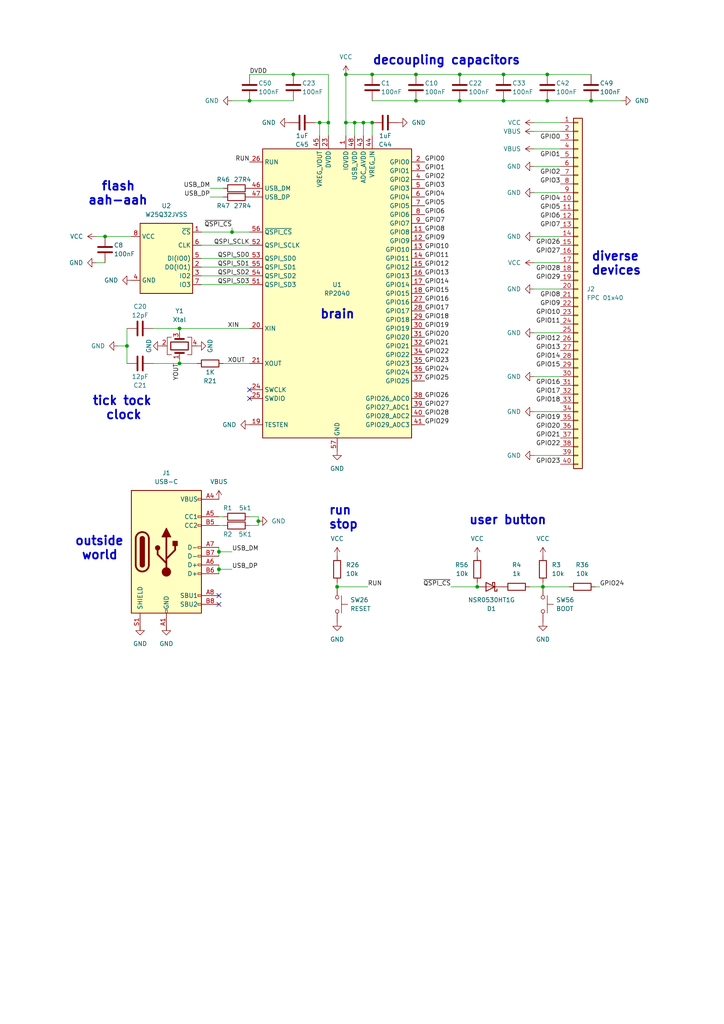
<source format=kicad_sch>
(kicad_sch (version 20230121) (generator eeschema)
  (paper "A4" portrait)
  (title_block (title "iobird - Tony Finch's RP2040 board") (date "2023-11-30") (rev "0"))
  (lib_symbols
    (symbol "Connector:USB_C_Receptacle_USB2.0" (pin_names (offset 1.016))
      (property "Reference" "J1" (at 0 22.86 0))
      (property "Value" "USB-C" (at 0 20.32 0))
      (symbol "USB_C_Receptacle_USB2.0_0_0"
        (rectangle (start -0.254 -17.78) (end 0.254 -16.764))
        (rectangle (start 10.16 -14.986) (end 9.144 -15.494))
        (rectangle (start 10.16 -12.446) (end 9.144 -12.954))
        (rectangle (start 10.16 -6.096) (end 9.144 -6.604))
        (rectangle (start 10.16 -3.556) (end 9.144 -4.064))
        (rectangle (start 10.16 -1.016) (end 9.144 -1.524))
        (rectangle (start 10.16 1.524) (end 9.144 1.016))
        (rectangle (start 10.16 7.874) (end 9.144 7.366))
        (rectangle (start 10.16 10.414) (end 9.144 9.906))
        (rectangle (start 10.16 15.494) (end 9.144 14.986))
      )
      (symbol "USB_C_Receptacle_USB2.0_0_1"
        (rectangle (start -10.16 17.78) (end 10.16 -17.78) (stroke (width 0.254)) (fill (type background)))
        (arc (start -8.89 -3.81) (mid -6.985 -5.7067) (end -5.08 -3.81) (stroke (width 0.508)))
        (arc (start -7.62 -3.81) (mid -6.985 -4.4423) (end -6.35 -3.81) (stroke (width 0.254)))
        (arc (start -7.62 -3.81) (mid -6.985 -4.4423) (end -6.35 -3.81) (stroke (width 0.254)) (fill (type outline)))
        (rectangle (start -7.62 -3.81) (end -6.35 3.81) (stroke (width 0.254)) (fill (type outline)))
        (arc (start -6.35 3.81) (mid -6.985 4.4423) (end -7.62 3.81) (stroke (width 0.254)))
        (arc (start -6.35 3.81) (mid -6.985 4.4423) (end -7.62 3.81) (stroke (width 0.254)) (fill (type outline)))
        (arc (start -5.08 3.81) (mid -6.985 5.7067) (end -8.89 3.81) (stroke (width 0.508)))
        (circle (center -2.54 1.143) (radius 0.635) (stroke (width 0.254)) (fill (type outline)))
        (circle (center 0 -5.842) (radius 1.27) (fill (type outline)))
        (polyline (pts (xy -8.89 -3.81) (xy -8.89 3.81)) (stroke (width 0.508)))
        (polyline (pts (xy -5.08 3.81) (xy -5.08 -3.81)) (stroke (width 0.508)))
        (polyline (pts (xy 0 -5.842) (xy 0 4.318)) (stroke (width 0.508)))
        (polyline (pts (xy 0 -3.302) (xy -2.54 -0.762) (xy -2.54 0.508)) (stroke (width 0.508)))
        (polyline (pts (xy 0 -2.032) (xy 2.54 0.508) (xy 2.54 1.778)) (stroke (width 0.508)))
        (polyline (pts (xy -1.27 4.318) (xy 0 6.858) (xy 1.27 4.318) (xy -1.27 4.318)) (stroke (width 0.254)) (fill (type outline)))
        (rectangle (start 1.905 1.778) (end 3.175 3.048) (stroke (width 0.254)) (fill (type outline)))
      )
      (symbol "USB_C_Receptacle_USB2.0_1_1"
        (pin passive line (at 0 -22.86 90) (length 5.08) (name "GND") (number "A1"))
        (pin passive line (at 0 -22.86 90) (length 5.08) hide (name "GND") (number "A12"))
        (pin passive line (at 15.24 15.24 180) (length 5.08) (name "VBUS") (number "A4"))
        (pin bidirectional line (at 15.24 10.16 180) (length 5.08) (name "CC1") (number "A5"))
        (pin bidirectional line (at 15.24 -3.81 180) (length 5.08) (name "D+") (number "A6"))
        (pin bidirectional line (at 15.24 1.27 180) (length 5.08) (name "D-") (number "A7"))
        (pin bidirectional line (at 15.24 -12.7 180) (length 5.08) (name "SBU1") (number "A8"))
        (pin passive line (at 15.24 15.24 180) (length 5.08) hide (name "VBUS") (number "A9"))
        (pin passive line (at 0 -22.86 90) (length 5.08) hide (name "GND") (number "B1"))
        (pin passive line (at 0 -22.86 90) (length 5.08) hide (name "GND") (number "B12"))
        (pin passive line (at 15.24 15.24 180) (length 5.08) hide (name "VBUS") (number "B4"))
        (pin bidirectional line (at 15.24 7.62 180) (length 5.08) (name "CC2") (number "B5"))
        (pin bidirectional line (at 15.24 -6.35 180) (length 5.08) (name "D+") (number "B6"))
        (pin bidirectional line (at 15.24 -1.27 180) (length 5.08) (name "D-") (number "B7"))
        (pin bidirectional line (at 15.24 -15.24 180) (length 5.08) (name "SBU2") (number "B8"))
        (pin passive line (at 15.24 15.24 180) (length 5.08) hide (name "VBUS") (number "B9"))
        (pin passive line (at -7.62 -22.86 90) (length 5.08) (name "SHIELD") (number "S1"))
      )
    )
    (symbol "Connector_Generic:Conn_01x40" (pin_names (offset 1.016) hide)
      (property "Reference" "J" (at 0 50.8 0))
      (property "Value" "Conn_01x40" (at 0 -53.34 0))
      (symbol "Conn_01x40_1_1"
        (rectangle (start -1.27 -50.673) (end 0 -50.927) (stroke (width 0.1524)))
        (rectangle (start -1.27 -48.133) (end 0 -48.387) (stroke (width 0.1524)))
        (rectangle (start -1.27 -45.593) (end 0 -45.847) (stroke (width 0.1524)))
        (rectangle (start -1.27 -43.053) (end 0 -43.307) (stroke (width 0.1524)))
        (rectangle (start -1.27 -40.513) (end 0 -40.767) (stroke (width 0.1524)))
        (rectangle (start -1.27 -37.973) (end 0 -38.227) (stroke (width 0.1524)))
        (rectangle (start -1.27 -35.433) (end 0 -35.687) (stroke (width 0.1524)))
        (rectangle (start -1.27 -32.893) (end 0 -33.147) (stroke (width 0.1524)))
        (rectangle (start -1.27 -30.353) (end 0 -30.607) (stroke (width 0.1524)))
        (rectangle (start -1.27 -27.813) (end 0 -28.067) (stroke (width 0.1524)))
        (rectangle (start -1.27 -25.273) (end 0 -25.527) (stroke (width 0.1524)))
        (rectangle (start -1.27 -22.733) (end 0 -22.987) (stroke (width 0.1524)))
        (rectangle (start -1.27 -20.193) (end 0 -20.447) (stroke (width 0.1524)))
        (rectangle (start -1.27 -17.653) (end 0 -17.907) (stroke (width 0.1524)))
        (rectangle (start -1.27 -15.113) (end 0 -15.367) (stroke (width 0.1524)))
        (rectangle (start -1.27 -12.573) (end 0 -12.827) (stroke (width 0.1524)))
        (rectangle (start -1.27 -10.033) (end 0 -10.287) (stroke (width 0.1524)))
        (rectangle (start -1.27 -7.493) (end 0 -7.747) (stroke (width 0.1524)))
        (rectangle (start -1.27 -4.953) (end 0 -5.207) (stroke (width 0.1524)))
        (rectangle (start -1.27 -2.413) (end 0 -2.667) (stroke (width 0.1524)))
        (rectangle (start -1.27 0.127) (end 0 -0.127) (stroke (width 0.1524)))
        (rectangle (start -1.27 2.667) (end 0 2.413) (stroke (width 0.1524)))
        (rectangle (start -1.27 5.207) (end 0 4.953) (stroke (width 0.1524)))
        (rectangle (start -1.27 7.747) (end 0 7.493) (stroke (width 0.1524)))
        (rectangle (start -1.27 10.287) (end 0 10.033) (stroke (width 0.1524)))
        (rectangle (start -1.27 12.827) (end 0 12.573) (stroke (width 0.1524)))
        (rectangle (start -1.27 15.367) (end 0 15.113) (stroke (width 0.1524)))
        (rectangle (start -1.27 17.907) (end 0 17.653) (stroke (width 0.1524)))
        (rectangle (start -1.27 20.447) (end 0 20.193) (stroke (width 0.1524)))
        (rectangle (start -1.27 22.987) (end 0 22.733) (stroke (width 0.1524)))
        (rectangle (start -1.27 25.527) (end 0 25.273) (stroke (width 0.1524)))
        (rectangle (start -1.27 28.067) (end 0 27.813) (stroke (width 0.1524)))
        (rectangle (start -1.27 30.607) (end 0 30.353) (stroke (width 0.1524)))
        (rectangle (start -1.27 33.147) (end 0 32.893) (stroke (width 0.1524)))
        (rectangle (start -1.27 35.687) (end 0 35.433) (stroke (width 0.1524)))
        (rectangle (start -1.27 38.227) (end 0 37.973) (stroke (width 0.1524)))
        (rectangle (start -1.27 40.767) (end 0 40.513) (stroke (width 0.1524)))
        (rectangle (start -1.27 43.307) (end 0 43.053) (stroke (width 0.1524)))
        (rectangle (start -1.27 45.847) (end 0 45.593) (stroke (width 0.1524)))
        (rectangle (start -1.27 48.387) (end 0 48.133) (stroke (width 0.1524)))
        (rectangle (start -1.27 49.53) (end 1.27 -52.07) (stroke (width 0.254)) (fill (type background)))
        (pin passive line (at -5.08 48.26 0) (length 3.81) (name "Pin_1") (number "1"))
        (pin passive line (at -5.08 25.4 0) (length 3.81) (name "Pin_10") (number "10"))
        (pin passive line (at -5.08 22.86 0) (length 3.81) (name "Pin_11") (number "11"))
        (pin passive line (at -5.08 20.32 0) (length 3.81) (name "Pin_12") (number "12"))
        (pin passive line (at -5.08 17.78 0) (length 3.81) (name "Pin_13") (number "13"))
        (pin passive line (at -5.08 15.24 0) (length 3.81) (name "Pin_14") (number "14"))
        (pin passive line (at -5.08 12.7 0) (length 3.81) (name "Pin_15") (number "15"))
        (pin passive line (at -5.08 10.16 0) (length 3.81) (name "Pin_16") (number "16"))
        (pin passive line (at -5.08 7.62 0) (length 3.81) (name "Pin_17") (number "17"))
        (pin passive line (at -5.08 5.08 0) (length 3.81) (name "Pin_18") (number "18"))
        (pin passive line (at -5.08 2.54 0) (length 3.81) (name "Pin_19") (number "19"))
        (pin passive line (at -5.08 45.72 0) (length 3.81) (name "Pin_2") (number "2"))
        (pin passive line (at -5.08 0 0) (length 3.81) (name "Pin_20") (number "20"))
        (pin passive line (at -5.08 -2.54 0) (length 3.81) (name "Pin_21") (number "21"))
        (pin passive line (at -5.08 -5.08 0) (length 3.81) (name "Pin_22") (number "22"))
        (pin passive line (at -5.08 -7.62 0) (length 3.81) (name "Pin_23") (number "23"))
        (pin passive line (at -5.08 -10.16 0) (length 3.81) (name "Pin_24") (number "24"))
        (pin passive line (at -5.08 -12.7 0) (length 3.81) (name "Pin_25") (number "25"))
        (pin passive line (at -5.08 -15.24 0) (length 3.81) (name "Pin_26") (number "26"))
        (pin passive line (at -5.08 -17.78 0) (length 3.81) (name "Pin_27") (number "27"))
        (pin passive line (at -5.08 -20.32 0) (length 3.81) (name "Pin_28") (number "28"))
        (pin passive line (at -5.08 -22.86 0) (length 3.81) (name "Pin_29") (number "29"))
        (pin passive line (at -5.08 43.18 0) (length 3.81) (name "Pin_3") (number "3"))
        (pin passive line (at -5.08 -25.4 0) (length 3.81) (name "Pin_30") (number "30"))
        (pin passive line (at -5.08 -27.94 0) (length 3.81) (name "Pin_31") (number "31"))
        (pin passive line (at -5.08 -30.48 0) (length 3.81) (name "Pin_32") (number "32"))
        (pin passive line (at -5.08 -33.02 0) (length 3.81) (name "Pin_33") (number "33"))
        (pin passive line (at -5.08 -35.56 0) (length 3.81) (name "Pin_34") (number "34"))
        (pin passive line (at -5.08 -38.1 0) (length 3.81) (name "Pin_35") (number "35"))
        (pin passive line (at -5.08 -40.64 0) (length 3.81) (name "Pin_36") (number "36"))
        (pin passive line (at -5.08 -43.18 0) (length 3.81) (name "Pin_37") (number "37"))
        (pin passive line (at -5.08 -45.72 0) (length 3.81) (name "Pin_38") (number "38"))
        (pin passive line (at -5.08 -48.26 0) (length 3.81) (name "Pin_39") (number "39"))
        (pin passive line (at -5.08 40.64 0) (length 3.81) (name "Pin_4") (number "4"))
        (pin passive line (at -5.08 -50.8 0) (length 3.81) (name "Pin_40") (number "40"))
        (pin passive line (at -5.08 38.1 0) (length 3.81) (name "Pin_5") (number "5"))
        (pin passive line (at -5.08 35.56 0) (length 3.81) (name "Pin_6") (number "6"))
        (pin passive line (at -5.08 33.02 0) (length 3.81) (name "Pin_7") (number "7"))
        (pin passive line (at -5.08 30.48 0) (length 3.81) (name "Pin_8") (number "8"))
        (pin passive line (at -5.08 27.94 0) (length 3.81) (name "Pin_9") (number "9"))
      )
    )
    (symbol "Device:C" (pin_numbers hide) (pin_names (offset 0.254))
      (property "Reference" "C" (at 0.635 2.54 0))
      (property "Value" "C" (at 0.635 -2.54 0))
      (symbol "C_0_1"
        (polyline (pts (xy -2.032 -0.762) (xy 2.032 -0.762)) (stroke (width 0.508)))
        (polyline (pts (xy -2.032 0.762) (xy 2.032 0.762)) (stroke (width 0.508)))
      )
      (symbol "C_1_1"
        (pin passive line (at 0 3.81 270) (length 2.794) (name "~") (number "1"))
        (pin passive line (at 0 -3.81 90) (length 2.794) (name "~") (number "2"))
      )
    )
    (symbol "Device:Crystal_GND24" (pin_names (offset 1.016) hide)
      (property "Reference" "Y" (at 3.175 5.08 0))
      (property "Value" "Crystal_GND24" (at 3.175 3.175 0))
      (symbol "Crystal_GND24_0_1"
        (rectangle (start -1.143 2.54) (end 1.143 -2.54) (stroke (width 0.3048)))
        (polyline (pts (xy -2.54 0) (xy -2.032 0)))
        (polyline (pts (xy -2.032 -1.27) (xy -2.032 1.27)) (stroke (width 0.508)))
        (polyline (pts (xy 0 -3.81) (xy 0 -3.556)))
        (polyline (pts (xy 0 3.556) (xy 0 3.81)))
        (polyline (pts (xy 2.032 -1.27) (xy 2.032 1.27)) (stroke (width 0.508)))
        (polyline (pts (xy 2.032 0) (xy 2.54 0)))
        (polyline (pts (xy -2.54 -2.286) (xy -2.54 -3.556) (xy 2.54 -3.556) (xy 2.54 -2.286)))
        (polyline (pts (xy -2.54 2.286) (xy -2.54 3.556) (xy 2.54 3.556) (xy 2.54 2.286)))
      )
      (symbol "Crystal_GND24_1_1"
        (pin passive line (at -3.81 0 0) (length 1.27) (name "1") (number "1"))
        (pin passive line (at 0 5.08 270) (length 1.27) (name "2") (number "2"))
        (pin passive line (at 3.81 0 180) (length 1.27) (name "3") (number "3"))
        (pin passive line (at 0 -5.08 90) (length 1.27) (name "4") (number "4"))
      )
    )
    (symbol "Device:D_Schottky" (pin_numbers hide) (pin_names (offset 1.016) hide)
      (property "Reference" "D" (at 0 2.54 0))
      (property "Value" "D_Schottky" (at 0 -2.54 0))
      (symbol "D_Schottky_0_1"
        (polyline (pts (xy 1.27 0) (xy -1.27 0)))
        (polyline (pts (xy 1.27 1.27) (xy 1.27 -1.27) (xy -1.27 0) (xy 1.27 1.27)) (stroke (width 0.254)))
        (polyline (pts (xy -1.905 0.635) (xy -1.905 1.27) (xy -1.27 1.27) (xy -1.27 -1.27) (xy -0.635 -1.27) (xy -0.635 -0.635)) (stroke (width 0.254)))
      )
      (symbol "D_Schottky_1_1"
        (pin passive line (at -3.81 0 0) (length 2.54) (name "K") (number "1"))
        (pin passive line (at 3.81 0 180) (length 2.54) (name "A") (number "2"))
      )
    )
    (symbol "Device:R" (pin_numbers hide) (pin_names (offset 0))
      (property "Reference" "R" (at 2.032 0 90))
      (property "Value" "R" (at 0 0 90))
      (symbol "R_0_1"
        (rectangle (start -1.016 -2.54) (end 1.016 2.54) (stroke (width 0.254)))
      )
      (symbol "R_1_1"
        (pin passive line (at 0 3.81 270) (length 1.27) (name "~") (number "1"))
        (pin passive line (at 0 -3.81 90) (length 1.27) (name "~") (number "2"))
      )
    )
    (symbol "MCU_RaspberryPi:RP2040"
      (property "Reference" "U1" (at 0 2.54 0))
      (property "Value" "RP2040" (at 0 0 0))
      (symbol "RP2040_0_1"
        (rectangle (start -21.59 41.91) (end 21.59 -41.91) (stroke (width 0.254)) (fill (type background)))
      )
      (symbol "RP2040_1_1"
        (pin power_in line (at 2.54 45.72 270) (length 3.81) (name "IOVDD") (number "1"))
        (pin passive line (at 2.54 45.72 270) (length 3.81) hide (name "IOVDD") (number "10"))
        (pin bidirectional line (at 25.4 17.78 180) (length 3.81) (name "GPIO8") (number "11"))
        (pin bidirectional line (at 25.4 15.24 180) (length 3.81) (name "GPIO9") (number "12"))
        (pin bidirectional line (at 25.4 12.7 180) (length 3.81) (name "GPIO10") (number "13"))
        (pin bidirectional line (at 25.4 10.16 180) (length 3.81) (name "GPIO11") (number "14"))
        (pin bidirectional line (at 25.4 7.62 180) (length 3.81) (name "GPIO12") (number "15"))
        (pin bidirectional line (at 25.4 5.08 180) (length 3.81) (name "GPIO13") (number "16"))
        (pin bidirectional line (at 25.4 2.54 180) (length 3.81) (name "GPIO14") (number "17"))
        (pin bidirectional line (at 25.4 0 180) (length 3.81) (name "GPIO15") (number "18"))
        (pin input line (at -25.4 -38.1 0) (length 3.81) (name "TESTEN") (number "19"))
        (pin bidirectional line (at 25.4 38.1 180) (length 3.81) (name "GPIO0") (number "2"))
        (pin input line (at -25.4 -10.16 0) (length 3.81) (name "XIN") (number "20"))
        (pin passive line (at -25.4 -20.32 0) (length 3.81) (name "XOUT") (number "21"))
        (pin passive line (at 2.54 45.72 270) (length 3.81) hide (name "IOVDD") (number "22"))
        (pin power_in line (at -2.54 45.72 270) (length 3.81) (name "DVDD") (number "23"))
        (pin input line (at -25.4 -27.94 0) (length 3.81) (name "SWCLK") (number "24"))
        (pin bidirectional line (at -25.4 -30.48 0) (length 3.81) (name "SWDIO") (number "25"))
        (pin input line (at -25.4 38.1 0) (length 3.81) (name "RUN") (number "26"))
        (pin bidirectional line (at 25.4 -2.54 180) (length 3.81) (name "GPIO16") (number "27"))
        (pin bidirectional line (at 25.4 -5.08 180) (length 3.81) (name "GPIO17") (number "28"))
        (pin bidirectional line (at 25.4 -7.62 180) (length 3.81) (name "GPIO18") (number "29"))
        (pin bidirectional line (at 25.4 35.56 180) (length 3.81) (name "GPIO1") (number "3"))
        (pin bidirectional line (at 25.4 -10.16 180) (length 3.81) (name "GPIO19") (number "30"))
        (pin bidirectional line (at 25.4 -12.7 180) (length 3.81) (name "GPIO20") (number "31"))
        (pin bidirectional line (at 25.4 -15.24 180) (length 3.81) (name "GPIO21") (number "32"))
        (pin passive line (at 2.54 45.72 270) (length 3.81) hide (name "IOVDD") (number "33"))
        (pin bidirectional line (at 25.4 -17.78 180) (length 3.81) (name "GPIO22") (number "34"))
        (pin bidirectional line (at 25.4 -20.32 180) (length 3.81) (name "GPIO23") (number "35"))
        (pin bidirectional line (at 25.4 -22.86 180) (length 3.81) (name "GPIO24") (number "36"))
        (pin bidirectional line (at 25.4 -25.4 180) (length 3.81) (name "GPIO25") (number "37"))
        (pin bidirectional line (at 25.4 -30.48 180) (length 3.81) (name "GPIO26_ADC0") (number "38"))
        (pin bidirectional line (at 25.4 -33.02 180) (length 3.81) (name "GPIO27_ADC1") (number "39"))
        (pin bidirectional line (at 25.4 33.02 180) (length 3.81) (name "GPIO2") (number "4"))
        (pin bidirectional line (at 25.4 -35.56 180) (length 3.81) (name "GPIO28_ADC2") (number "40"))
        (pin bidirectional line (at 25.4 -38.1 180) (length 3.81) (name "GPIO29_ADC3") (number "41"))
        (pin passive line (at 2.54 45.72 270) (length 3.81) hide (name "IOVDD") (number "42"))
        (pin power_in line (at 7.62 45.72 270) (length 3.81) (name "ADC_AVDD") (number "43"))
        (pin power_in line (at 10.16 45.72 270) (length 3.81) (name "VREG_IN") (number "44"))
        (pin power_out line (at -5.08 45.72 270) (length 3.81) (name "VREG_VOUT") (number "45"))
        (pin bidirectional line (at -25.4 30.48 0) (length 3.81) (name "USB_DM") (number "46"))
        (pin bidirectional line (at -25.4 27.94 0) (length 3.81) (name "USB_DP") (number "47"))
        (pin power_in line (at 5.08 45.72 270) (length 3.81) (name "USB_VDD") (number "48"))
        (pin passive line (at 2.54 45.72 270) (length 3.81) hide (name "IOVDD") (number "49"))
        (pin bidirectional line (at 25.4 30.48 180) (length 3.81) (name "GPIO3") (number "5"))
        (pin passive line (at -2.54 45.72 270) (length 3.81) hide (name "DVDD") (number "50"))
        (pin bidirectional line (at -25.4 2.54 0) (length 3.81) (name "QSPI_SD3") (number "51"))
        (pin output line (at -25.4 13.97 0) (length 3.81) (name "QSPI_SCLK") (number "52"))
        (pin bidirectional line (at -25.4 10.16 0) (length 3.81) (name "QSPI_SD0") (number "53"))
        (pin bidirectional line (at -25.4 5.08 0) (length 3.81) (name "QSPI_SD2") (number "54"))
        (pin bidirectional line (at -25.4 7.62 0) (length 3.81) (name "QSPI_SD1") (number "55"))
        (pin bidirectional line (at -25.4 17.78 0) (length 3.81) (name "~{QSPI_CS}") (number "56"))
        (pin power_in line (at 0 -45.72 90) (length 3.81) (name "GND") (number "57"))
        (pin bidirectional line (at 25.4 27.94 180) (length 3.81) (name "GPIO4") (number "6"))
        (pin bidirectional line (at 25.4 25.4 180) (length 3.81) (name "GPIO5") (number "7"))
        (pin bidirectional line (at 25.4 22.86 180) (length 3.81) (name "GPIO6") (number "8"))
        (pin bidirectional line (at 25.4 20.32 180) (length 3.81) (name "GPIO7") (number "9"))
      )
    )
    (symbol "Memory_Flash:W25Q32JVSS"
      (property "Reference" "U2" (at 8.89 1.27 0))
      (property "Value" "W25Q32JVSS" (at 8.89 -1.27 0))
      (symbol "W25Q32JVSS_0_1"
        (rectangle (start -7.62 10.16) (end 7.62 -10.16) (stroke (width 0.254)) (fill (type background)))
      )
      (symbol "W25Q32JVSS_1_1"
        (pin input line (at -10.16 7.62 0) (length 2.54) (name "~{CS}") (number "1"))
        (pin bidirectional line (at -10.16 -2.54 0) (length 2.54) (name "DO(IO1)") (number "2"))
        (pin bidirectional line (at -10.16 -5.08 0) (length 2.54) (name "IO2") (number "3"))
        (pin power_in line (at 10.16 -6.35 180) (length 2.54) (name "GND") (number "4"))
        (pin bidirectional line (at -10.16 0 0) (length 2.54) (name "DI(IO0)") (number "5"))
        (pin input line (at -10.16 3.81 0) (length 2.54) (name "CLK") (number "6"))
        (pin bidirectional line (at -10.16 -7.62 0) (length 2.54) (name "IO3") (number "7"))
        (pin power_in line (at 10.16 6.35 180) (length 2.54) (name "VCC") (number "8"))
      )
    )
    (symbol "Switch:SW_Push" (pin_numbers hide) (pin_names (offset 1.016) hide)
      (property "Reference" "SW" (at 1.27 2.54 0))
      (property "Value" "SW_Push" (at 0 -1.524 0))
      (symbol "SW_Push_0_1"
        (circle (center -2.032 0) (radius 0.508))
        (polyline (pts (xy 0 1.27) (xy 0 3.048)))
        (polyline (pts (xy 2.54 1.27) (xy -2.54 1.27)))
        (circle (center 2.032 0) (radius 0.508))
        (pin passive line (at -5.08 0 0) (length 2.54) (name "1") (number "1"))
        (pin passive line (at 5.08 0 180) (length 2.54) (name "2") (number "2"))
      )
    )
    (symbol "power:GND" (power) (pin_names (offset 0))
      (property "Value" "GND" (at 0 -3.81 0))
      (symbol "GND_0_1"
        (polyline (pts (xy 0 0) (xy 0 -1.27) (xy 1.27 -1.27) (xy 0 -2.54) (xy -1.27 -1.27) (xy 0 -1.27)))
      )
      (symbol "GND_1_1"
        (pin power_in line (at 0 0 270) (length 0) hide (name "GND") (number "1"))
      )
    )
    (symbol "power:VBUS" (power) (pin_names (offset 0))
      (property "Value" "VBUS" (at 0 3.81 0))
      (symbol "VBUS_0_1"
        (polyline (pts (xy -0.762 1.27) (xy 0 2.54)))
        (polyline (pts (xy 0 0) (xy 0 2.54)))
        (polyline (pts (xy 0 2.54) (xy 0.762 1.27)))
      )
      (symbol "VBUS_1_1"
        (pin power_in line (at 0 0 90) (length 0) hide (name "VBUS") (number "1"))
      )
    )
    (symbol "power:VCC" (power) (pin_names (offset 0))
      (property "Value" "VCC" (at 0 3.81 0))
      (symbol "VCC_0_1"
        (polyline (pts (xy -0.762 1.27) (xy 0 2.54)))
        (polyline (pts (xy 0 0) (xy 0 2.54)))
        (polyline (pts (xy 0 2.54) (xy 0.762 1.27)))
      )
      (symbol "VCC_1_1"
        (pin power_in line (at 0 0 90) (length 0) hide (name "VCC") (number "1"))
      )
    )
  )
  (junction (at 52.07 105.41))
  (junction (at 107.95 35.56))
  (junction (at 100.33 35.56))
  (junction (at 102.87 35.56))
  (junction (at 63.5 160.02))
  (junction (at 120.65 21.59))
  (junction (at 100.33 21.59))
  (junction (at 171.45 29.21))
  (junction (at 30.48 68.58))
  (junction (at 97.79 170.18))
  (junction (at 133.35 21.59))
  (junction (at 67.31 67.31))
  (junction (at 158.75 29.21))
  (junction (at 52.07 95.25))
  (junction (at 146.05 29.21))
  (junction (at 63.5 165.1))
  (junction (at 146.05 21.59))
  (junction (at 157.48 170.18))
  (junction (at 36.83 100.33))
  (junction (at 107.95 21.59))
  (junction (at 72.39 29.21))
  (junction (at 74.93 151.13))
  (junction (at 85.09 21.59))
  (junction (at 120.65 29.21))
  (junction (at 133.35 29.21))
  (junction (at 92.71 35.56))
  (junction (at 95.25 35.56))
  (junction (at 105.41 35.56))
  (junction (at 158.75 21.59))
  (junction (at 138.43 170.18))
  (no_connect (at 342.9 22.86))
  (no_connect (at 63.5 175.26))
  (no_connect (at 72.39 113.03))
  (no_connect (at 63.5 172.72))
  (no_connect (at 72.39 115.57))
  (wire (pts (xy 58.42 71.12) (xy 72.39 71.12)))
  (wire (pts (xy 52.07 105.41) (xy 52.07 104.14)))
  (wire (pts (xy 63.5 165.1) (xy 63.5 163.83)))
  (wire (pts (xy 154.94 35.56) (xy 162.56 35.56)))
  (wire (pts (xy 58.42 82.55) (xy 72.39 82.55)))
  (wire (pts (xy 72.39 152.4) (xy 74.93 152.4)))
  (wire (pts (xy 64.77 149.86) (xy 63.5 149.86)))
  (wire (pts (xy 64.77 105.41) (xy 72.39 105.41)))
  (wire (pts (xy 158.75 29.21) (xy 171.45 29.21)))
  (wire (pts (xy 58.42 80.01) (xy 72.39 80.01)))
  (wire (pts (xy 95.25 21.59) (xy 95.25 35.56)))
  (wire (pts (xy 97.79 170.18) (xy 106.68 170.18)))
  (wire (pts (xy 40.64 181.61) (xy 40.64 182.88)))
  (wire (pts (xy 63.5 160.02) (xy 63.5 158.75)))
  (wire (pts (xy 107.95 29.21) (xy 120.65 29.21)))
  (wire (pts (xy 100.33 35.56) (xy 100.33 21.59)))
  (wire (pts (xy 72.39 21.59) (xy 85.09 21.59)))
  (wire (pts (xy 95.25 35.56) (xy 92.71 35.56)))
  (wire (pts (xy 48.26 181.61) (xy 48.26 182.88)))
  (wire (pts (xy 120.65 21.59) (xy 133.35 21.59)))
  (wire (pts (xy 157.48 170.18) (xy 165.1 170.18)))
  (wire (pts (xy 63.5 165.1) (xy 63.5 166.37)))
  (wire (pts (xy 57.15 105.41) (xy 52.07 105.41)))
  (wire (pts (xy 52.07 95.25) (xy 72.39 95.25)))
  (wire (pts (xy 74.93 149.86) (xy 74.93 151.13)))
  (wire (pts (xy 102.87 35.56) (xy 105.41 35.56)))
  (wire (pts (xy 154.94 132.08) (xy 162.56 132.08)))
  (wire (pts (xy 100.33 21.59) (xy 107.95 21.59)))
  (wire (pts (xy 105.41 39.37) (xy 105.41 35.56)))
  (wire (pts (xy 133.35 29.21) (xy 146.05 29.21)))
  (wire (pts (xy 107.95 39.37) (xy 107.95 35.56)))
  (wire (pts (xy 36.83 100.33) (xy 36.83 105.41)))
  (wire (pts (xy 52.07 105.41) (xy 44.45 105.41)))
  (wire (pts (xy 154.94 83.82) (xy 162.56 83.82)))
  (wire (pts (xy 154.94 119.38) (xy 162.56 119.38)))
  (wire (pts (xy 97.79 168.91) (xy 97.79 170.18)))
  (wire (pts (xy 95.25 39.37) (xy 95.25 35.56)))
  (wire (pts (xy 173.99 170.18) (xy 172.72 170.18)))
  (wire (pts (xy 52.07 95.25) (xy 52.07 96.52)))
  (wire (pts (xy 158.75 21.59) (xy 171.45 21.59)))
  (wire (pts (xy 58.42 74.93) (xy 72.39 74.93)))
  (wire (pts (xy 146.05 29.21) (xy 158.75 29.21)))
  (wire (pts (xy 157.48 168.91) (xy 157.48 170.18)))
  (wire (pts (xy 67.31 165.1) (xy 63.5 165.1)))
  (wire (pts (xy 85.09 21.59) (xy 95.25 21.59)))
  (wire (pts (xy 107.95 21.59) (xy 120.65 21.59)))
  (wire (pts (xy 120.65 29.21) (xy 133.35 29.21)))
  (wire (pts (xy 67.31 67.31) (xy 72.39 67.31)))
  (wire (pts (xy 154.94 76.2) (xy 162.56 76.2)))
  (wire (pts (xy 58.42 77.47) (xy 72.39 77.47)))
  (wire (pts (xy 34.29 100.33) (xy 36.83 100.33)))
  (wire (pts (xy 60.96 57.15) (xy 64.77 57.15)))
  (wire (pts (xy 30.48 68.58) (xy 38.1 68.58)))
  (wire (pts (xy 58.42 67.31) (xy 67.31 67.31)))
  (wire (pts (xy 102.87 39.37) (xy 102.87 35.56)))
  (wire (pts (xy 72.39 149.86) (xy 74.93 149.86)))
  (wire (pts (xy 154.94 96.52) (xy 162.56 96.52)))
  (wire (pts (xy 154.94 68.58) (xy 162.56 68.58)))
  (wire (pts (xy 44.45 95.25) (xy 52.07 95.25)))
  (wire (pts (xy 153.67 170.18) (xy 157.48 170.18)))
  (wire (pts (xy 100.33 35.56) (xy 102.87 35.56)))
  (wire (pts (xy 63.5 161.29) (xy 63.5 160.02)))
  (wire (pts (xy 64.77 152.4) (xy 63.5 152.4)))
  (wire (pts (xy 105.41 35.56) (xy 107.95 35.56)))
  (wire (pts (xy 154.94 55.88) (xy 162.56 55.88)))
  (wire (pts (xy 146.05 21.59) (xy 158.75 21.59)))
  (wire (pts (xy 72.39 29.21) (xy 85.09 29.21)))
  (wire (pts (xy 36.83 95.25) (xy 36.83 100.33)))
  (wire (pts (xy 133.35 21.59) (xy 146.05 21.59)))
  (wire (pts (xy 91.44 35.56) (xy 92.71 35.56)))
  (wire (pts (xy 154.94 109.22) (xy 162.56 109.22)))
  (wire (pts (xy 27.94 68.58) (xy 30.48 68.58)))
  (wire (pts (xy 154.94 48.26) (xy 162.56 48.26)))
  (wire (pts (xy 92.71 35.56) (xy 92.71 39.37)))
  (wire (pts (xy 154.94 43.18) (xy 162.56 43.18)))
  (wire (pts (xy 138.43 168.91) (xy 138.43 170.18)))
  (wire (pts (xy 180.34 29.21) (xy 171.45 29.21)))
  (wire (pts (xy 130.81 170.18) (xy 138.43 170.18)))
  (wire (pts (xy 74.93 152.4) (xy 74.93 151.13)))
  (wire (pts (xy 60.96 54.61) (xy 64.77 54.61)))
  (wire (pts (xy 27.94 76.2) (xy 30.48 76.2)))
  (wire (pts (xy 154.94 38.1) (xy 162.56 38.1)))
  (wire (pts (xy 67.31 160.02) (xy 63.5 160.02)))
  (wire (pts (xy 67.31 66.04) (xy 67.31 67.31)))
  (wire (pts (xy 67.31 29.21) (xy 72.39 29.21)))
  (wire (pts (xy 100.33 39.37) (xy 100.33 35.56)))
  (text "brain" (at 92.71 92.71 0) (effects (font (size 2.54 2.54) bold) (justify left bottom)))
  (text "run\nstop" (at 95.25 153.67 0) (effects (font (size 2.54 2.54) (thickness 0.508) bold) (justify left bottom)))
  (text "outside\n world" (at 21.59 162.56 0) (effects (font (size 2.54 2.54) bold) (justify left bottom)))
  (text "  flash\naah-aah" (at 25.4 59.69 0) (effects (font (size 2.54 2.54) bold) (justify left bottom)))
  (text "tick tock\n  clock" (at 26.67 121.92 0) (effects (font (size 2.54 2.54) bold) (justify left bottom)))
  (text "diverse\ndevices" (at 171.45 80.01 0) (effects (font (size 2.54 2.54) bold) (justify left bottom)))
  (text "decoupling capacitors" (at 107.95 19.05 0) (effects (font (size 2.54 2.54) bold) (justify left bottom)))
  (text "user button" (at 135.89 152.4 0) (effects (font (size 2.54 2.54) bold) (justify left bottom)))
  (label "USB_DM" (at 67.31 160.02 0))
  (label "GPIO19" (at 123.19 95.25 0))
  (label "GPIO0" (at 162.56 40.64 180))
  (label "USB_DP" (at 67.31 165.1 0))
  (label "QSPI_SCLK" (at 72.39 71.12 180))
  (label "GPIO27" (at 162.56 73.66 180))
  (label "GPIO22" (at 162.56 129.54 180))
  (label "GPIO8" (at 162.56 86.36 180))
  (label "QSPI_SD1" (at 72.39 77.47 180))
  (label "GPIO24" (at 123.19 107.95 0))
  (label "~{QSPI_CS}" (at 67.31 66.04 180))
  (label "USB_DP" (at 60.96 57.15 180))
  (label "GPIO23" (at 123.19 105.41 0))
  (label "GPIO26" (at 162.56 71.12 180))
  (label "GPIO28" (at 162.56 78.74 180))
  (label "~{QSPI_CS}" (at 130.81 170.18 180))
  (label "GPIO12" (at 162.56 99.06 180))
  (label "GPIO15" (at 162.56 106.68 180))
  (label "GPIO12" (at 123.19 77.47 0))
  (label "GPIO19" (at 162.56 121.92 180))
  (label "GPIO5" (at 123.19 59.69 0))
  (label "RUN" (at 106.68 170.18 0))
  (label "GPIO21" (at 162.56 127 180))
  (label "GPIO26" (at 123.19 115.57 0))
  (label "GPIO14" (at 162.56 104.14 180))
  (label "GPIO22" (at 123.19 102.87 0))
  (label "DVDD" (at 72.39 21.59 0))
  (label "GPIO10" (at 162.56 91.44 180))
  (label "GPIO18" (at 123.19 92.71 0))
  (label "YOUT" (at 52.07 105.41 270))
  (label "QSPI_SD0" (at 72.39 74.93 180))
  (label "XOUT" (at 66.04 105.41 0))
  (label "GPIO20" (at 123.19 97.79 0))
  (label "GPIO29" (at 123.19 123.19 0))
  (label "GPIO7" (at 123.19 64.77 0))
  (label "GPIO11" (at 162.56 93.98 180))
  (label "GPIO5" (at 162.56 60.96 180))
  (label "GPIO4" (at 162.56 58.42 180))
  (label "RUN" (at 72.39 46.99 180))
  (label "GPIO20" (at 162.56 124.46 180))
  (label "GPIO11" (at 123.19 74.93 0))
  (label "GPIO0" (at 123.19 46.99 0))
  (label "GPIO28" (at 123.19 120.65 0))
  (label "XIN" (at 66.04 95.25 0))
  (label "GPIO3" (at 123.19 54.61 0))
  (label "GPIO13" (at 123.19 80.01 0))
  (label "GPIO18" (at 162.56 116.84 180))
  (label "GPIO1" (at 162.56 45.72 180))
  (label "GPIO2" (at 123.19 52.07 0))
  (label "GPIO13" (at 162.56 101.6 180))
  (label "GPIO1" (at 123.19 49.53 0))
  (label "GPIO2" (at 162.56 50.8 180))
  (label "GPIO3" (at 162.56 53.34 180))
  (label "GPIO8" (at 123.19 67.31 0))
  (label "GPIO15" (at 123.19 85.09 0))
  (label "GPIO23" (at 162.56 134.62 180))
  (label "GPIO9" (at 123.19 69.85 0))
  (label "USB_DM" (at 60.96 54.61 180))
  (label "QSPI_SD3" (at 72.39 82.55 180))
  (label "GPIO4" (at 123.19 57.15 0))
  (label "GPIO17" (at 162.56 114.3 180))
  (label "GPIO6" (at 162.56 63.5 180))
  (label "GPIO17" (at 123.19 90.17 0))
  (label "GPIO27" (at 123.19 118.11 0))
  (label "QSPI_SD2" (at 72.39 80.01 180))
  (label "GPIO14" (at 123.19 82.55 0))
  (label "GPIO16" (at 123.19 87.63 0))
  (label "GPIO25" (at 123.19 110.49 0))
  (label "GPIO21" (at 123.19 100.33 0))
  (label "GPIO24" (at 173.99 170.18 0))
  (label "GPIO16" (at 162.56 111.76 180))
  (label "GPIO29" (at 162.56 81.28 180))
  (label "GPIO7" (at 162.56 66.04 180))
  (label "GPIO6" (at 123.19 62.23 0))
  (label "GPIO9" (at 162.56 88.9 180))
  (label "GPIO10" (at 123.19 72.39 0))
  (symbol (lib_id "Device:C") (at 40.64 105.41 90) (mirror x) (unit 1)
    (property "Reference" "C21" (at 40.64 111.76 90))
    (property "Value" "12pF" (at 40.64 109.22 90))
    (property "Footprint" "Capacitor_SMD:C_0402_1005Metric" (effects hide))
  )
  (symbol (lib_id "power:VCC") (at 138.43 161.29 0) (unit 1)
    (property "Reference" "#PWR034" (effects hide))
    (property "Value" "VCC" (at 138.43 156.21 0))
  )
  (symbol (lib_id "Device:C") (at 40.64 95.25 90) (unit 1)
    (property "Reference" "C20" (at 40.64 88.9 90))
    (property "Value" "12pF" (at 40.64 91.44 90))
    (property "Footprint" "Capacitor_SMD:C_0402_1005Metric" (effects hide))
  )
  (symbol (lib_id "power:GND") (at 180.34 29.21 90) (unit 1)
    (property "Reference" "#PWR028" (effects hide))
    (property "Value" "GND" (at 184.15 29.21 90) (effects (justify right)))
  )
  (symbol (lib_id "power:GND") (at 154.94 96.52 270) (unit 1)
    (property "Reference" "#PWR022" (effects hide))
    (property "Value" "GND" (at 151.13 96.52 90) (effects (justify right)))
  )
  (symbol (lib_id "power:GND") (at 83.82 35.56 270) (unit 1)
    (property "Reference" "#PWR024" (effects hide))
    (property "Value" "GND" (at 80.01 35.56 90) (effects (justify right)))
  )
  (symbol (lib_id "Device:C") (at 146.05 25.4 180) (unit 1)
    (property "Reference" "C33" (at 148.59 24.13 0) (effects (justify right)))
    (property "Value" "100nF" (at 148.59 26.67 0) (effects (justify right)))
  )
  (symbol (lib_id "power:VCC") (at 157.48 161.29 0) (unit 1)
    (property "Reference" "#PWR032" (effects hide))
    (property "Value" "VCC" (at 157.48 156.21 0))
  )
  (symbol (lib_id "power:GND") (at 154.94 119.38 270) (unit 1)
    (property "Reference" "#PWR020" (effects hide))
    (property "Value" "GND" (at 151.13 119.38 90) (effects (justify right)))
  )
  (symbol (lib_id "power:GND") (at 115.57 35.56 90) (unit 1)
    (property "Reference" "#PWR025" (effects hide))
    (property "Value" "GND" (at 119.38 35.56 90) (effects (justify right)))
  )
  (symbol (lib_id "power:VCC") (at 154.94 76.2 90) (unit 1)
    (property "Reference" "#PWR015" (effects hide))
    (property "Value" "VCC" (at 151.13 76.2 90) (effects (justify left)))
  )
  (symbol (lib_id "Device:C") (at 120.65 25.4 180) (unit 1)
    (property "Reference" "C10" (at 123.19 24.13 0) (effects (justify right)))
    (property "Value" "100nF" (at 123.19 26.67 0) (effects (justify right)))
  )
  (symbol (lib_id "Device:D_Schottky") (at 142.24 170.18 180) (unit 1)
    (property "Reference" "D1" (at 142.5575 176.53 0))
    (property "Value" "NSR0530HT1G" (at 142.5575 173.99 0))
  )
  (symbol (lib_id "Device:C") (at 111.76 35.56 90) (mirror x) (unit 1)
    (property "Reference" "C44" (at 111.76 41.91 90))
    (property "Value" "1uF" (at 111.76 39.37 90))
  )
  (symbol (lib_id "power:GND") (at 72.39 123.19 270) (unit 1)
    (property "Reference" "#PWR011" (effects hide))
    (property "Value" "GND" (at 68.58 123.19 90) (effects (justify right)))
  )
  (symbol (lib_id "power:GND") (at 74.93 151.13 90) (unit 1)
    (property "Reference" "#PWR01" (effects hide))
    (property "Value" "GND" (at 78.74 151.13 90) (effects (justify right)))
  )
  (symbol (lib_id "Connector:USB_C_Receptacle_USB2.0") (at 48.26 160.02 0) (unit 1)
    (property "Reference" "J1" (at 48.26 137.16 0))
    (property "Value" "USB-C" (at 48.26 139.7 0))
    (property "Datasheet" "https://www.usb.org/sites/default/files/documents/usb_type-c.zip" (effects hide))
  )
  (symbol (lib_id "power:VBUS") (at 154.94 43.18 90) (unit 1)
    (property "Reference" "#PWR013" (effects hide))
    (property "Value" "VBUS" (at 151.13 43.18 90) (effects (justify left)))
  )
  (symbol (lib_id "Device:C") (at 85.09 25.4 180) (unit 1)
    (property "Reference" "C23" (at 87.63 24.13 0) (effects (justify right)))
    (property "Value" "100nF" (at 87.63 26.67 0) (effects (justify right)))
  )
  (symbol (lib_id "Device:R") (at 138.43 165.1 0) (mirror y) (unit 1)
    (property "Reference" "R56" (at 135.89 163.83 0) (effects (justify left)))
    (property "Value" "10k" (at 135.89 166.37 0) (effects (justify left)))
  )
  (symbol (lib_id "Device:R") (at 68.58 54.61 90) (mirror x) (unit 1)
    (property "Reference" "R46" (at 64.77 52.07 90))
    (property "Value" " 27R4" (at 69.85 52.07 90))
  )
  (symbol (lib_id "power:GND") (at 157.48 180.34 0) (unit 1)
    (property "Reference" "#PWR033" (effects hide))
    (property "Value" "GND" (at 157.48 185.42 0))
  )
  (symbol (lib_id "Switch:SW_Push") (at 97.79 175.26 270) (unit 1)
    (property "Reference" "SW26" (at 101.6 173.99 90) (effects (justify left)))
    (property "Value" "RESET" (at 101.6 176.53 90) (effects (justify left)))
  )
  (symbol (lib_id "Device:R") (at 168.91 170.18 90) (unit 1)
    (property "Reference" "R36" (at 168.91 163.83 90))
    (property "Value" "10k" (at 168.91 166.37 90))
  )
  (symbol (lib_id "Device:C") (at 171.45 25.4 180) (unit 1)
    (property "Reference" "C49" (at 173.99 24.13 0) (effects (justify right)))
    (property "Value" "100nF" (at 173.99 26.67 0) (effects (justify right)))
  )
  (symbol (lib_id "MCU_RaspberryPi:RP2040") (at 97.79 85.09 0) (unit 1)
    (property "Reference" "U1" (at 97.79 82.55 0))
    (property "Value" "RP2040" (at 97.79 85.09 0))
    (property "Footprint" "Package_DFN_QFN:QFN-56-1EP_7x7mm_P0.4mm_EP3.2x3.2mm" (effects hide))
    (property "Datasheet" "https://datasheets.raspberrypi.com/rp2040/rp2040-datasheet.pdf" (effects hide))
  )
  (symbol (lib_id "Device:C") (at 158.75 25.4 180) (unit 1)
    (property "Reference" "C42" (at 161.29 24.13 0) (effects (justify right)))
    (property "Value" "100nF" (at 161.29 26.67 0) (effects (justify right)))
  )
  (symbol (lib_id "power:GND") (at 97.79 130.81 0) (unit 1)
    (property "Reference" "#PWR05" (effects hide))
    (property "Value" "GND" (at 97.79 135.89 0))
  )
  (symbol (lib_id "power:GND") (at 48.26 181.61 0) (unit 1)
    (property "Reference" "#PWR02" (effects hide))
    (property "Value" "GND" (at 48.26 186.69 0))
  )
  (symbol (lib_id "power:GND") (at 97.79 180.34 0) (unit 1)
    (property "Reference" "#PWR031" (effects hide))
    (property "Value" "GND" (at 97.79 185.42 0))
  )
  (symbol (lib_id "Device:C") (at 133.35 25.4 180) (unit 1)
    (property "Reference" "C22" (at 135.89 24.13 0) (effects (justify right)))
    (property "Value" "100nF" (at 135.89 26.67 0) (effects (justify right)))
  )
  (symbol (lib_id "Device:C") (at 72.39 25.4 180) (unit 1)
    (property "Reference" "C50" (at 74.93 24.13 0) (effects (justify right)))
    (property "Value" "100nF" (at 74.93 26.67 0) (effects (justify right)))
  )
  (symbol (lib_id "Device:R") (at 97.79 165.1 0) (unit 1)
    (property "Reference" "R26" (at 100.33 163.83 0) (effects (justify left)))
    (property "Value" "10k" (at 100.33 166.37 0) (effects (justify left)))
  )
  (symbol (lib_id "power:GND") (at 46.99 100.33 270) (unit 1)
    (property "Reference" "#PWR09" (effects hide))
    (property "Value" "GND" (at 43.18 100.33 0))
  )
  (symbol (lib_id "power:VCC") (at 100.33 21.59 0) (unit 1)
    (property "Reference" "#PWR027" (effects hide))
    (property "Value" "VCC" (at 100.33 16.51 0))
  )
  (symbol (lib_id "Device:C") (at 107.95 25.4 180) (unit 1)
    (property "Reference" "C1" (at 110.49 24.13 0) (effects (justify right)))
    (property "Value" "100nF" (at 110.49 26.67 0) (effects (justify right)))
  )
  (symbol (lib_id "power:GND") (at 38.1 81.28 270) (unit 1)
    (property "Reference" "#PWR06" (effects hide))
    (property "Value" "GND" (at 34.29 81.28 90) (effects (justify right)))
  )
  (symbol (lib_id "Device:R") (at 149.86 170.18 90) (mirror x) (unit 1)
    (property "Reference" "R4" (at 149.86 163.83 90))
    (property "Value" "1k" (at 149.86 166.37 90))
  )
  (symbol (lib_id "Device:C") (at 30.48 72.39 180) (unit 1)
    (property "Reference" "C8" (at 33.02 71.12 0) (effects (justify right)))
    (property "Value" "100nF" (at 33.02 73.66 0) (effects (justify right)))
  )
  (symbol (lib_id "power:VBUS") (at 154.94 38.1 90) (unit 1)
    (property "Reference" "#PWR012" (effects hide))
    (property "Value" "VBUS" (at 151.13 38.1 90) (effects (justify left)))
  )
  (symbol (lib_id "power:GND") (at 154.94 109.22 270) (unit 1)
    (property "Reference" "#PWR019" (effects hide))
    (property "Value" "GND" (at 151.13 109.22 90) (effects (justify right)))
  )
  (symbol (lib_id "power:GND") (at 154.94 132.08 270) (unit 1)
    (property "Reference" "#PWR023" (effects hide))
    (property "Value" "GND" (at 151.13 132.08 90) (effects (justify right)))
  )
  (symbol (lib_id "power:VCC") (at 97.79 161.29 0) (unit 1)
    (property "Reference" "#PWR030" (effects hide))
    (property "Value" "VCC" (at 97.79 156.21 0))
  )
  (symbol (lib_id "power:GND") (at 67.31 29.21 270) (unit 1)
    (property "Reference" "#PWR026" (effects hide))
    (property "Value" "GND" (at 63.5 29.21 90) (effects (justify right)))
  )
  (symbol (lib_id "Memory_Flash:W25Q32JVSS") (at 48.26 74.93 0) (mirror y) (unit 1)
    (property "Reference" "U2" (at 48.26 59.69 0))
    (property "Value" "W25Q32JVSS" (at 48.26 62.23 0))
    (property "Footprint" "Package_SO:SOIC-8_5.23x5.23mm_P1.27mm" (effects hide))
    (property "Datasheet" "http://www.winbond.com/resource-files/w25q32jv%20revg%2003272018%20plus.pdf" (effects hide))
  )
  (symbol (lib_id "Device:R") (at 157.48 165.1 0) (unit 1)
    (property "Reference" "R3" (at 160.02 163.83 0) (effects (justify left)))
    (property "Value" "10k" (at 160.02 166.37 0) (effects (justify left)))
  )
  (symbol (lib_id "power:GND") (at 154.94 83.82 270) (unit 1)
    (property "Reference" "#PWR018" (effects hide))
    (property "Value" "GND" (at 151.13 83.82 90) (effects (justify right)))
  )
  (symbol (lib_id "Device:R") (at 60.96 105.41 270) (unit 1)
    (property "Reference" "R21" (at 60.96 110.49 90))
    (property "Value" "1K" (at 60.96 107.95 90))
    (property "Footprint" "Resistor_SMD:R_0402_1005Metric" (effects hide))
  )
  (symbol (lib_id "Device:R") (at 68.58 149.86 90) (unit 1)
    (property "Reference" "R1" (at 66.04 147.32 90))
    (property "Value" "5k1" (at 71.12 147.32 90))
    (property "Footprint" "Resistor_SMD:R_0402_1005Metric" (effects hide))
  )
  (symbol (lib_id "power:VCC") (at 27.94 68.58 90) (unit 1)
    (property "Reference" "#PWR07" (effects hide))
    (property "Value" "VCC" (at 24.13 68.58 90) (effects (justify left)))
  )
  (symbol (lib_id "Device:R") (at 68.58 152.4 90) (mirror x) (unit 1)
    (property "Reference" "R2" (at 66.04 154.94 90))
    (property "Value" "5K1" (at 71.12 154.94 90))
    (property "Footprint" "Resistor_SMD:R_0402_1005Metric" (effects hide))
  )
  (symbol (lib_id "power:GND") (at 27.94 76.2 270) (unit 1)
    (property "Reference" "#PWR029" (effects hide))
    (property "Value" "GND" (at 24.13 76.2 90) (effects (justify right)))
  )
  (symbol (lib_id "Device:R") (at 68.58 57.15 90) (mirror x) (unit 1)
    (property "Reference" "R47" (at 64.77 59.69 90))
    (property "Value" " 27R4" (at 69.85 59.69 90))
  )
  (symbol (lib_id "power:GND") (at 57.15 100.33 90) (mirror x) (unit 1)
    (property "Reference" "#PWR010" (effects hide))
    (property "Value" "GND" (at 60.96 100.33 0))
  )
  (symbol (lib_id "Device:C") (at 87.63 35.56 90) (mirror x) (unit 1)
    (property "Reference" "C45" (at 87.63 41.91 90))
    (property "Value" "1uF" (at 87.63 39.37 90))
  )
  (symbol (lib_id "power:VCC") (at 154.94 35.56 90) (unit 1)
    (property "Reference" "#PWR014" (effects hide))
    (property "Value" "VCC" (at 151.13 35.56 90) (effects (justify left)))
  )
  (symbol (lib_id "Connector_Generic:Conn_01x40") (at 167.64 83.82 0) (unit 1)
    (property "Reference" "J2" (at 170.18 83.82 0) (effects (justify left)))
    (property "Value" "FPC 01x40" (at 170.18 86.36 0) (effects (justify left)))
  )
  (symbol (lib_id "power:GND") (at 154.94 68.58 270) (unit 1)
    (property "Reference" "#PWR017" (effects hide))
    (property "Value" "GND" (at 151.13 68.58 90) (effects (justify right)))
  )
  (symbol (lib_id "power:GND") (at 154.94 55.88 270) (unit 1)
    (property "Reference" "#PWR021" (effects hide))
    (property "Value" "GND" (at 151.13 55.88 90) (effects (justify right)))
  )
  (symbol (lib_id "Device:Crystal_GND24") (at 52.07 100.33 90) (unit 1)
    (property "Reference" "Y1" (at 52.07 90.17 90))
    (property "Value" "Xtal" (at 52.07 92.71 90))
    (property "Footprint" "Crystal:Crystal_SMD_2520-4Pin_2.5x2.0mm" (effects hide))
    (property "Datasheet" "https://datasheet.lcsc.com/lcsc/2304140030_Seiko-Epson-Q24FA20H0068700_C90603.pdf" (effects hide))
  )
  (symbol (lib_id "Switch:SW_Push") (at 157.48 175.26 270) (unit 1)
    (property "Reference" "SW56" (at 161.29 173.99 90) (effects (justify left)))
    (property "Value" "BOOT" (at 161.29 176.53 90) (effects (justify left)))
  )
  (symbol (lib_id "power:GND") (at 34.29 100.33 270) (unit 1)
    (property "Reference" "#PWR08" (effects hide))
    (property "Value" "GND" (at 30.48 100.33 90) (effects (justify right)))
  )
  (symbol (lib_id "power:GND") (at 40.64 181.61 0) (unit 1)
    (property "Reference" "#PWR03" (effects hide))
    (property "Value" "GND" (at 40.64 186.69 0))
  )
  (symbol (lib_id "power:VBUS") (at 63.5 144.78 0) (unit 1)
    (property "Reference" "#PWR04" (effects hide))
    (property "Value" "VBUS" (at 63.5 139.7 0))
  )
  (symbol (lib_id "power:GND") (at 154.94 48.26 270) (unit 1)
    (property "Reference" "#PWR016" (effects hide))
    (property "Value" "GND" (at 151.13 48.26 90) (effects (justify right)))
  )
)
</source>
